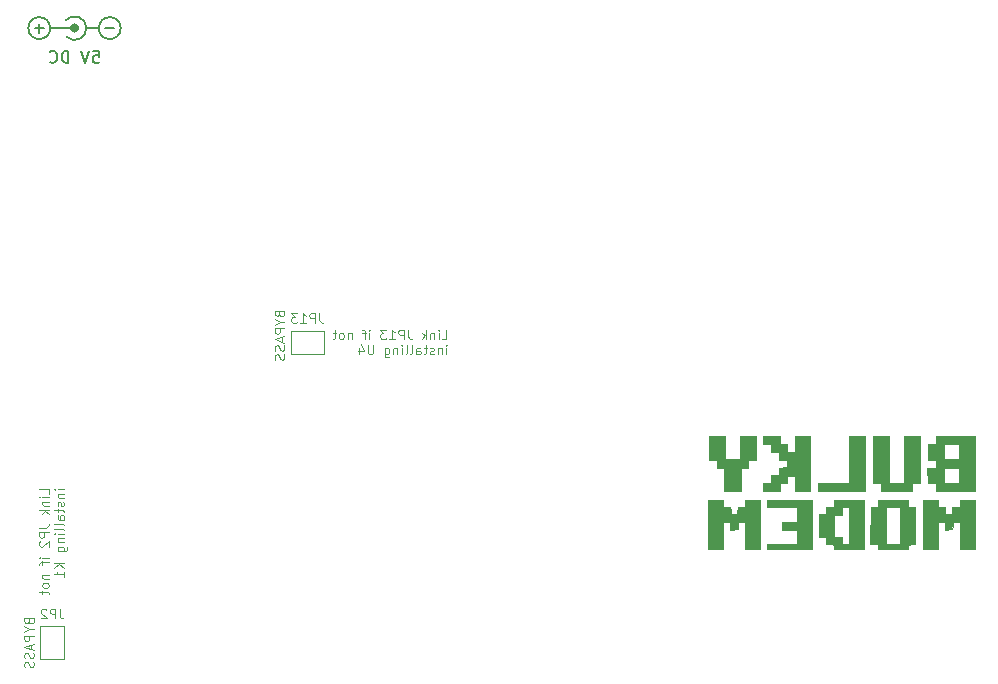
<source format=gbo>
G04 #@! TF.GenerationSoftware,KiCad,Pcbnew,8.0.4*
G04 #@! TF.CreationDate,2024-07-28T06:14:52+02:00*
G04 #@! TF.ProjectId,BulkyModem-32 Module,42756c6b-794d-46f6-9465-6d2d3332204d,rev?*
G04 #@! TF.SameCoordinates,Original*
G04 #@! TF.FileFunction,Legend,Bot*
G04 #@! TF.FilePolarity,Positive*
%FSLAX46Y46*%
G04 Gerber Fmt 4.6, Leading zero omitted, Abs format (unit mm)*
G04 Created by KiCad (PCBNEW 8.0.4) date 2024-07-28 06:14:52*
%MOMM*%
%LPD*%
G01*
G04 APERTURE LIST*
%ADD10C,0.150000*%
%ADD11C,0.100000*%
%ADD12C,0.500000*%
%ADD13C,0.010000*%
%ADD14C,0.120000*%
G04 APERTURE END LIST*
D10*
X79041428Y-58509819D02*
X79517618Y-58509819D01*
X79517618Y-58509819D02*
X79565237Y-58986009D01*
X79565237Y-58986009D02*
X79517618Y-58938390D01*
X79517618Y-58938390D02*
X79422380Y-58890771D01*
X79422380Y-58890771D02*
X79184285Y-58890771D01*
X79184285Y-58890771D02*
X79089047Y-58938390D01*
X79089047Y-58938390D02*
X79041428Y-58986009D01*
X79041428Y-58986009D02*
X78993809Y-59081247D01*
X78993809Y-59081247D02*
X78993809Y-59319342D01*
X78993809Y-59319342D02*
X79041428Y-59414580D01*
X79041428Y-59414580D02*
X79089047Y-59462200D01*
X79089047Y-59462200D02*
X79184285Y-59509819D01*
X79184285Y-59509819D02*
X79422380Y-59509819D01*
X79422380Y-59509819D02*
X79517618Y-59462200D01*
X79517618Y-59462200D02*
X79565237Y-59414580D01*
X78708094Y-58509819D02*
X78374761Y-59509819D01*
X78374761Y-59509819D02*
X78041428Y-58509819D01*
X76946189Y-59509819D02*
X76946189Y-58509819D01*
X76946189Y-58509819D02*
X76708094Y-58509819D01*
X76708094Y-58509819D02*
X76565237Y-58557438D01*
X76565237Y-58557438D02*
X76469999Y-58652676D01*
X76469999Y-58652676D02*
X76422380Y-58747914D01*
X76422380Y-58747914D02*
X76374761Y-58938390D01*
X76374761Y-58938390D02*
X76374761Y-59081247D01*
X76374761Y-59081247D02*
X76422380Y-59271723D01*
X76422380Y-59271723D02*
X76469999Y-59366961D01*
X76469999Y-59366961D02*
X76565237Y-59462200D01*
X76565237Y-59462200D02*
X76708094Y-59509819D01*
X76708094Y-59509819D02*
X76946189Y-59509819D01*
X75374761Y-59414580D02*
X75422380Y-59462200D01*
X75422380Y-59462200D02*
X75565237Y-59509819D01*
X75565237Y-59509819D02*
X75660475Y-59509819D01*
X75660475Y-59509819D02*
X75803332Y-59462200D01*
X75803332Y-59462200D02*
X75898570Y-59366961D01*
X75898570Y-59366961D02*
X75946189Y-59271723D01*
X75946189Y-59271723D02*
X75993808Y-59081247D01*
X75993808Y-59081247D02*
X75993808Y-58938390D01*
X75993808Y-58938390D02*
X75946189Y-58747914D01*
X75946189Y-58747914D02*
X75898570Y-58652676D01*
X75898570Y-58652676D02*
X75803332Y-58557438D01*
X75803332Y-58557438D02*
X75660475Y-58509819D01*
X75660475Y-58509819D02*
X75565237Y-58509819D01*
X75565237Y-58509819D02*
X75422380Y-58557438D01*
X75422380Y-58557438D02*
X75374761Y-58605057D01*
D11*
X108582782Y-82905918D02*
X108963734Y-82905918D01*
X108963734Y-82905918D02*
X108963734Y-82105918D01*
X108316115Y-82905918D02*
X108316115Y-82372584D01*
X108316115Y-82105918D02*
X108354211Y-82144013D01*
X108354211Y-82144013D02*
X108316115Y-82182108D01*
X108316115Y-82182108D02*
X108278020Y-82144013D01*
X108278020Y-82144013D02*
X108316115Y-82105918D01*
X108316115Y-82105918D02*
X108316115Y-82182108D01*
X107935163Y-82372584D02*
X107935163Y-82905918D01*
X107935163Y-82448775D02*
X107897068Y-82410680D01*
X107897068Y-82410680D02*
X107820878Y-82372584D01*
X107820878Y-82372584D02*
X107706592Y-82372584D01*
X107706592Y-82372584D02*
X107630401Y-82410680D01*
X107630401Y-82410680D02*
X107592306Y-82486870D01*
X107592306Y-82486870D02*
X107592306Y-82905918D01*
X107211353Y-82905918D02*
X107211353Y-82105918D01*
X107135163Y-82601156D02*
X106906591Y-82905918D01*
X106906591Y-82372584D02*
X107211353Y-82677346D01*
X105725639Y-82105918D02*
X105725639Y-82677346D01*
X105725639Y-82677346D02*
X105763734Y-82791632D01*
X105763734Y-82791632D02*
X105839925Y-82867823D01*
X105839925Y-82867823D02*
X105954210Y-82905918D01*
X105954210Y-82905918D02*
X106030401Y-82905918D01*
X105344686Y-82905918D02*
X105344686Y-82105918D01*
X105344686Y-82105918D02*
X105039924Y-82105918D01*
X105039924Y-82105918D02*
X104963734Y-82144013D01*
X104963734Y-82144013D02*
X104925639Y-82182108D01*
X104925639Y-82182108D02*
X104887543Y-82258299D01*
X104887543Y-82258299D02*
X104887543Y-82372584D01*
X104887543Y-82372584D02*
X104925639Y-82448775D01*
X104925639Y-82448775D02*
X104963734Y-82486870D01*
X104963734Y-82486870D02*
X105039924Y-82524965D01*
X105039924Y-82524965D02*
X105344686Y-82524965D01*
X104125639Y-82905918D02*
X104582782Y-82905918D01*
X104354210Y-82905918D02*
X104354210Y-82105918D01*
X104354210Y-82105918D02*
X104430401Y-82220203D01*
X104430401Y-82220203D02*
X104506591Y-82296394D01*
X104506591Y-82296394D02*
X104582782Y-82334489D01*
X103858972Y-82105918D02*
X103363734Y-82105918D01*
X103363734Y-82105918D02*
X103630400Y-82410680D01*
X103630400Y-82410680D02*
X103516115Y-82410680D01*
X103516115Y-82410680D02*
X103439924Y-82448775D01*
X103439924Y-82448775D02*
X103401829Y-82486870D01*
X103401829Y-82486870D02*
X103363734Y-82563061D01*
X103363734Y-82563061D02*
X103363734Y-82753537D01*
X103363734Y-82753537D02*
X103401829Y-82829727D01*
X103401829Y-82829727D02*
X103439924Y-82867823D01*
X103439924Y-82867823D02*
X103516115Y-82905918D01*
X103516115Y-82905918D02*
X103744686Y-82905918D01*
X103744686Y-82905918D02*
X103820877Y-82867823D01*
X103820877Y-82867823D02*
X103858972Y-82829727D01*
X102411352Y-82905918D02*
X102411352Y-82372584D01*
X102411352Y-82105918D02*
X102449448Y-82144013D01*
X102449448Y-82144013D02*
X102411352Y-82182108D01*
X102411352Y-82182108D02*
X102373257Y-82144013D01*
X102373257Y-82144013D02*
X102411352Y-82105918D01*
X102411352Y-82105918D02*
X102411352Y-82182108D01*
X102144686Y-82372584D02*
X101839924Y-82372584D01*
X102030400Y-82905918D02*
X102030400Y-82220203D01*
X102030400Y-82220203D02*
X101992305Y-82144013D01*
X101992305Y-82144013D02*
X101916115Y-82105918D01*
X101916115Y-82105918D02*
X101839924Y-82105918D01*
X100963733Y-82372584D02*
X100963733Y-82905918D01*
X100963733Y-82448775D02*
X100925638Y-82410680D01*
X100925638Y-82410680D02*
X100849448Y-82372584D01*
X100849448Y-82372584D02*
X100735162Y-82372584D01*
X100735162Y-82372584D02*
X100658971Y-82410680D01*
X100658971Y-82410680D02*
X100620876Y-82486870D01*
X100620876Y-82486870D02*
X100620876Y-82905918D01*
X100125638Y-82905918D02*
X100201828Y-82867823D01*
X100201828Y-82867823D02*
X100239923Y-82829727D01*
X100239923Y-82829727D02*
X100278019Y-82753537D01*
X100278019Y-82753537D02*
X100278019Y-82524965D01*
X100278019Y-82524965D02*
X100239923Y-82448775D01*
X100239923Y-82448775D02*
X100201828Y-82410680D01*
X100201828Y-82410680D02*
X100125638Y-82372584D01*
X100125638Y-82372584D02*
X100011352Y-82372584D01*
X100011352Y-82372584D02*
X99935161Y-82410680D01*
X99935161Y-82410680D02*
X99897066Y-82448775D01*
X99897066Y-82448775D02*
X99858971Y-82524965D01*
X99858971Y-82524965D02*
X99858971Y-82753537D01*
X99858971Y-82753537D02*
X99897066Y-82829727D01*
X99897066Y-82829727D02*
X99935161Y-82867823D01*
X99935161Y-82867823D02*
X100011352Y-82905918D01*
X100011352Y-82905918D02*
X100125638Y-82905918D01*
X99630399Y-82372584D02*
X99325637Y-82372584D01*
X99516113Y-82105918D02*
X99516113Y-82791632D01*
X99516113Y-82791632D02*
X99478018Y-82867823D01*
X99478018Y-82867823D02*
X99401828Y-82905918D01*
X99401828Y-82905918D02*
X99325637Y-82905918D01*
X108963734Y-84193873D02*
X108963734Y-83660539D01*
X108963734Y-83393873D02*
X109001830Y-83431968D01*
X109001830Y-83431968D02*
X108963734Y-83470063D01*
X108963734Y-83470063D02*
X108925639Y-83431968D01*
X108925639Y-83431968D02*
X108963734Y-83393873D01*
X108963734Y-83393873D02*
X108963734Y-83470063D01*
X108582782Y-83660539D02*
X108582782Y-84193873D01*
X108582782Y-83736730D02*
X108544687Y-83698635D01*
X108544687Y-83698635D02*
X108468497Y-83660539D01*
X108468497Y-83660539D02*
X108354211Y-83660539D01*
X108354211Y-83660539D02*
X108278020Y-83698635D01*
X108278020Y-83698635D02*
X108239925Y-83774825D01*
X108239925Y-83774825D02*
X108239925Y-84193873D01*
X107897068Y-84155778D02*
X107820877Y-84193873D01*
X107820877Y-84193873D02*
X107668496Y-84193873D01*
X107668496Y-84193873D02*
X107592306Y-84155778D01*
X107592306Y-84155778D02*
X107554210Y-84079587D01*
X107554210Y-84079587D02*
X107554210Y-84041492D01*
X107554210Y-84041492D02*
X107592306Y-83965301D01*
X107592306Y-83965301D02*
X107668496Y-83927206D01*
X107668496Y-83927206D02*
X107782782Y-83927206D01*
X107782782Y-83927206D02*
X107858972Y-83889111D01*
X107858972Y-83889111D02*
X107897068Y-83812920D01*
X107897068Y-83812920D02*
X107897068Y-83774825D01*
X107897068Y-83774825D02*
X107858972Y-83698635D01*
X107858972Y-83698635D02*
X107782782Y-83660539D01*
X107782782Y-83660539D02*
X107668496Y-83660539D01*
X107668496Y-83660539D02*
X107592306Y-83698635D01*
X107325639Y-83660539D02*
X107020877Y-83660539D01*
X107211353Y-83393873D02*
X107211353Y-84079587D01*
X107211353Y-84079587D02*
X107173258Y-84155778D01*
X107173258Y-84155778D02*
X107097068Y-84193873D01*
X107097068Y-84193873D02*
X107020877Y-84193873D01*
X106411353Y-84193873D02*
X106411353Y-83774825D01*
X106411353Y-83774825D02*
X106449448Y-83698635D01*
X106449448Y-83698635D02*
X106525639Y-83660539D01*
X106525639Y-83660539D02*
X106678020Y-83660539D01*
X106678020Y-83660539D02*
X106754210Y-83698635D01*
X106411353Y-84155778D02*
X106487544Y-84193873D01*
X106487544Y-84193873D02*
X106678020Y-84193873D01*
X106678020Y-84193873D02*
X106754210Y-84155778D01*
X106754210Y-84155778D02*
X106792306Y-84079587D01*
X106792306Y-84079587D02*
X106792306Y-84003397D01*
X106792306Y-84003397D02*
X106754210Y-83927206D01*
X106754210Y-83927206D02*
X106678020Y-83889111D01*
X106678020Y-83889111D02*
X106487544Y-83889111D01*
X106487544Y-83889111D02*
X106411353Y-83851016D01*
X105916115Y-84193873D02*
X105992305Y-84155778D01*
X105992305Y-84155778D02*
X106030400Y-84079587D01*
X106030400Y-84079587D02*
X106030400Y-83393873D01*
X105497067Y-84193873D02*
X105573257Y-84155778D01*
X105573257Y-84155778D02*
X105611352Y-84079587D01*
X105611352Y-84079587D02*
X105611352Y-83393873D01*
X105192304Y-84193873D02*
X105192304Y-83660539D01*
X105192304Y-83393873D02*
X105230400Y-83431968D01*
X105230400Y-83431968D02*
X105192304Y-83470063D01*
X105192304Y-83470063D02*
X105154209Y-83431968D01*
X105154209Y-83431968D02*
X105192304Y-83393873D01*
X105192304Y-83393873D02*
X105192304Y-83470063D01*
X104811352Y-83660539D02*
X104811352Y-84193873D01*
X104811352Y-83736730D02*
X104773257Y-83698635D01*
X104773257Y-83698635D02*
X104697067Y-83660539D01*
X104697067Y-83660539D02*
X104582781Y-83660539D01*
X104582781Y-83660539D02*
X104506590Y-83698635D01*
X104506590Y-83698635D02*
X104468495Y-83774825D01*
X104468495Y-83774825D02*
X104468495Y-84193873D01*
X103744685Y-83660539D02*
X103744685Y-84308158D01*
X103744685Y-84308158D02*
X103782780Y-84384349D01*
X103782780Y-84384349D02*
X103820876Y-84422444D01*
X103820876Y-84422444D02*
X103897066Y-84460539D01*
X103897066Y-84460539D02*
X104011352Y-84460539D01*
X104011352Y-84460539D02*
X104087542Y-84422444D01*
X103744685Y-84155778D02*
X103820876Y-84193873D01*
X103820876Y-84193873D02*
X103973257Y-84193873D01*
X103973257Y-84193873D02*
X104049447Y-84155778D01*
X104049447Y-84155778D02*
X104087542Y-84117682D01*
X104087542Y-84117682D02*
X104125638Y-84041492D01*
X104125638Y-84041492D02*
X104125638Y-83812920D01*
X104125638Y-83812920D02*
X104087542Y-83736730D01*
X104087542Y-83736730D02*
X104049447Y-83698635D01*
X104049447Y-83698635D02*
X103973257Y-83660539D01*
X103973257Y-83660539D02*
X103820876Y-83660539D01*
X103820876Y-83660539D02*
X103744685Y-83698635D01*
X102754208Y-83393873D02*
X102754208Y-84041492D01*
X102754208Y-84041492D02*
X102716113Y-84117682D01*
X102716113Y-84117682D02*
X102678018Y-84155778D01*
X102678018Y-84155778D02*
X102601827Y-84193873D01*
X102601827Y-84193873D02*
X102449446Y-84193873D01*
X102449446Y-84193873D02*
X102373256Y-84155778D01*
X102373256Y-84155778D02*
X102335161Y-84117682D01*
X102335161Y-84117682D02*
X102297065Y-84041492D01*
X102297065Y-84041492D02*
X102297065Y-83393873D01*
X101573256Y-83660539D02*
X101573256Y-84193873D01*
X101763732Y-83355778D02*
X101954209Y-83927206D01*
X101954209Y-83927206D02*
X101458970Y-83927206D01*
X75285918Y-96014217D02*
X75285918Y-95633265D01*
X75285918Y-95633265D02*
X74485918Y-95633265D01*
X75285918Y-96280884D02*
X74752584Y-96280884D01*
X74485918Y-96280884D02*
X74524013Y-96242788D01*
X74524013Y-96242788D02*
X74562108Y-96280884D01*
X74562108Y-96280884D02*
X74524013Y-96318979D01*
X74524013Y-96318979D02*
X74485918Y-96280884D01*
X74485918Y-96280884D02*
X74562108Y-96280884D01*
X74752584Y-96661836D02*
X75285918Y-96661836D01*
X74828775Y-96661836D02*
X74790680Y-96699931D01*
X74790680Y-96699931D02*
X74752584Y-96776121D01*
X74752584Y-96776121D02*
X74752584Y-96890407D01*
X74752584Y-96890407D02*
X74790680Y-96966598D01*
X74790680Y-96966598D02*
X74866870Y-97004693D01*
X74866870Y-97004693D02*
X75285918Y-97004693D01*
X75285918Y-97385646D02*
X74485918Y-97385646D01*
X74981156Y-97461836D02*
X75285918Y-97690408D01*
X74752584Y-97690408D02*
X75057346Y-97385646D01*
X74485918Y-98871360D02*
X75057346Y-98871360D01*
X75057346Y-98871360D02*
X75171632Y-98833265D01*
X75171632Y-98833265D02*
X75247823Y-98757074D01*
X75247823Y-98757074D02*
X75285918Y-98642789D01*
X75285918Y-98642789D02*
X75285918Y-98566598D01*
X75285918Y-99252313D02*
X74485918Y-99252313D01*
X74485918Y-99252313D02*
X74485918Y-99557075D01*
X74485918Y-99557075D02*
X74524013Y-99633265D01*
X74524013Y-99633265D02*
X74562108Y-99671360D01*
X74562108Y-99671360D02*
X74638299Y-99709456D01*
X74638299Y-99709456D02*
X74752584Y-99709456D01*
X74752584Y-99709456D02*
X74828775Y-99671360D01*
X74828775Y-99671360D02*
X74866870Y-99633265D01*
X74866870Y-99633265D02*
X74904965Y-99557075D01*
X74904965Y-99557075D02*
X74904965Y-99252313D01*
X74562108Y-100014217D02*
X74524013Y-100052313D01*
X74524013Y-100052313D02*
X74485918Y-100128503D01*
X74485918Y-100128503D02*
X74485918Y-100318979D01*
X74485918Y-100318979D02*
X74524013Y-100395170D01*
X74524013Y-100395170D02*
X74562108Y-100433265D01*
X74562108Y-100433265D02*
X74638299Y-100471360D01*
X74638299Y-100471360D02*
X74714489Y-100471360D01*
X74714489Y-100471360D02*
X74828775Y-100433265D01*
X74828775Y-100433265D02*
X75285918Y-99976122D01*
X75285918Y-99976122D02*
X75285918Y-100471360D01*
X75285918Y-101423742D02*
X74752584Y-101423742D01*
X74485918Y-101423742D02*
X74524013Y-101385646D01*
X74524013Y-101385646D02*
X74562108Y-101423742D01*
X74562108Y-101423742D02*
X74524013Y-101461837D01*
X74524013Y-101461837D02*
X74485918Y-101423742D01*
X74485918Y-101423742D02*
X74562108Y-101423742D01*
X74752584Y-101690408D02*
X74752584Y-101995170D01*
X75285918Y-101804694D02*
X74600203Y-101804694D01*
X74600203Y-101804694D02*
X74524013Y-101842789D01*
X74524013Y-101842789D02*
X74485918Y-101918979D01*
X74485918Y-101918979D02*
X74485918Y-101995170D01*
X74752584Y-102871361D02*
X75285918Y-102871361D01*
X74828775Y-102871361D02*
X74790680Y-102909456D01*
X74790680Y-102909456D02*
X74752584Y-102985646D01*
X74752584Y-102985646D02*
X74752584Y-103099932D01*
X74752584Y-103099932D02*
X74790680Y-103176123D01*
X74790680Y-103176123D02*
X74866870Y-103214218D01*
X74866870Y-103214218D02*
X75285918Y-103214218D01*
X75285918Y-103709456D02*
X75247823Y-103633266D01*
X75247823Y-103633266D02*
X75209727Y-103595171D01*
X75209727Y-103595171D02*
X75133537Y-103557075D01*
X75133537Y-103557075D02*
X74904965Y-103557075D01*
X74904965Y-103557075D02*
X74828775Y-103595171D01*
X74828775Y-103595171D02*
X74790680Y-103633266D01*
X74790680Y-103633266D02*
X74752584Y-103709456D01*
X74752584Y-103709456D02*
X74752584Y-103823742D01*
X74752584Y-103823742D02*
X74790680Y-103899933D01*
X74790680Y-103899933D02*
X74828775Y-103938028D01*
X74828775Y-103938028D02*
X74904965Y-103976123D01*
X74904965Y-103976123D02*
X75133537Y-103976123D01*
X75133537Y-103976123D02*
X75209727Y-103938028D01*
X75209727Y-103938028D02*
X75247823Y-103899933D01*
X75247823Y-103899933D02*
X75285918Y-103823742D01*
X75285918Y-103823742D02*
X75285918Y-103709456D01*
X74752584Y-104204695D02*
X74752584Y-104509457D01*
X74485918Y-104318981D02*
X75171632Y-104318981D01*
X75171632Y-104318981D02*
X75247823Y-104357076D01*
X75247823Y-104357076D02*
X75285918Y-104433266D01*
X75285918Y-104433266D02*
X75285918Y-104509457D01*
X76573873Y-95633265D02*
X76040539Y-95633265D01*
X75773873Y-95633265D02*
X75811968Y-95595169D01*
X75811968Y-95595169D02*
X75850063Y-95633265D01*
X75850063Y-95633265D02*
X75811968Y-95671360D01*
X75811968Y-95671360D02*
X75773873Y-95633265D01*
X75773873Y-95633265D02*
X75850063Y-95633265D01*
X76040539Y-96014217D02*
X76573873Y-96014217D01*
X76116730Y-96014217D02*
X76078635Y-96052312D01*
X76078635Y-96052312D02*
X76040539Y-96128502D01*
X76040539Y-96128502D02*
X76040539Y-96242788D01*
X76040539Y-96242788D02*
X76078635Y-96318979D01*
X76078635Y-96318979D02*
X76154825Y-96357074D01*
X76154825Y-96357074D02*
X76573873Y-96357074D01*
X76535778Y-96699931D02*
X76573873Y-96776122D01*
X76573873Y-96776122D02*
X76573873Y-96928503D01*
X76573873Y-96928503D02*
X76535778Y-97004693D01*
X76535778Y-97004693D02*
X76459587Y-97042789D01*
X76459587Y-97042789D02*
X76421492Y-97042789D01*
X76421492Y-97042789D02*
X76345301Y-97004693D01*
X76345301Y-97004693D02*
X76307206Y-96928503D01*
X76307206Y-96928503D02*
X76307206Y-96814217D01*
X76307206Y-96814217D02*
X76269111Y-96738027D01*
X76269111Y-96738027D02*
X76192920Y-96699931D01*
X76192920Y-96699931D02*
X76154825Y-96699931D01*
X76154825Y-96699931D02*
X76078635Y-96738027D01*
X76078635Y-96738027D02*
X76040539Y-96814217D01*
X76040539Y-96814217D02*
X76040539Y-96928503D01*
X76040539Y-96928503D02*
X76078635Y-97004693D01*
X76040539Y-97271360D02*
X76040539Y-97576122D01*
X75773873Y-97385646D02*
X76459587Y-97385646D01*
X76459587Y-97385646D02*
X76535778Y-97423741D01*
X76535778Y-97423741D02*
X76573873Y-97499931D01*
X76573873Y-97499931D02*
X76573873Y-97576122D01*
X76573873Y-98185646D02*
X76154825Y-98185646D01*
X76154825Y-98185646D02*
X76078635Y-98147551D01*
X76078635Y-98147551D02*
X76040539Y-98071360D01*
X76040539Y-98071360D02*
X76040539Y-97918979D01*
X76040539Y-97918979D02*
X76078635Y-97842789D01*
X76535778Y-98185646D02*
X76573873Y-98109455D01*
X76573873Y-98109455D02*
X76573873Y-97918979D01*
X76573873Y-97918979D02*
X76535778Y-97842789D01*
X76535778Y-97842789D02*
X76459587Y-97804693D01*
X76459587Y-97804693D02*
X76383397Y-97804693D01*
X76383397Y-97804693D02*
X76307206Y-97842789D01*
X76307206Y-97842789D02*
X76269111Y-97918979D01*
X76269111Y-97918979D02*
X76269111Y-98109455D01*
X76269111Y-98109455D02*
X76231016Y-98185646D01*
X76573873Y-98680884D02*
X76535778Y-98604694D01*
X76535778Y-98604694D02*
X76459587Y-98566599D01*
X76459587Y-98566599D02*
X75773873Y-98566599D01*
X76573873Y-99099932D02*
X76535778Y-99023742D01*
X76535778Y-99023742D02*
X76459587Y-98985647D01*
X76459587Y-98985647D02*
X75773873Y-98985647D01*
X76573873Y-99404695D02*
X76040539Y-99404695D01*
X75773873Y-99404695D02*
X75811968Y-99366599D01*
X75811968Y-99366599D02*
X75850063Y-99404695D01*
X75850063Y-99404695D02*
X75811968Y-99442790D01*
X75811968Y-99442790D02*
X75773873Y-99404695D01*
X75773873Y-99404695D02*
X75850063Y-99404695D01*
X76040539Y-99785647D02*
X76573873Y-99785647D01*
X76116730Y-99785647D02*
X76078635Y-99823742D01*
X76078635Y-99823742D02*
X76040539Y-99899932D01*
X76040539Y-99899932D02*
X76040539Y-100014218D01*
X76040539Y-100014218D02*
X76078635Y-100090409D01*
X76078635Y-100090409D02*
X76154825Y-100128504D01*
X76154825Y-100128504D02*
X76573873Y-100128504D01*
X76040539Y-100852314D02*
X76688158Y-100852314D01*
X76688158Y-100852314D02*
X76764349Y-100814219D01*
X76764349Y-100814219D02*
X76802444Y-100776123D01*
X76802444Y-100776123D02*
X76840539Y-100699933D01*
X76840539Y-100699933D02*
X76840539Y-100585647D01*
X76840539Y-100585647D02*
X76802444Y-100509457D01*
X76535778Y-100852314D02*
X76573873Y-100776123D01*
X76573873Y-100776123D02*
X76573873Y-100623742D01*
X76573873Y-100623742D02*
X76535778Y-100547552D01*
X76535778Y-100547552D02*
X76497682Y-100509457D01*
X76497682Y-100509457D02*
X76421492Y-100471361D01*
X76421492Y-100471361D02*
X76192920Y-100471361D01*
X76192920Y-100471361D02*
X76116730Y-100509457D01*
X76116730Y-100509457D02*
X76078635Y-100547552D01*
X76078635Y-100547552D02*
X76040539Y-100623742D01*
X76040539Y-100623742D02*
X76040539Y-100776123D01*
X76040539Y-100776123D02*
X76078635Y-100852314D01*
X76573873Y-101842791D02*
X75773873Y-101842791D01*
X76573873Y-102299934D02*
X76116730Y-101957076D01*
X75773873Y-102299934D02*
X76231016Y-101842791D01*
X76573873Y-103061838D02*
X76573873Y-102604695D01*
X76573873Y-102833267D02*
X75773873Y-102833267D01*
X75773873Y-102833267D02*
X75888158Y-102757076D01*
X75888158Y-102757076D02*
X75964349Y-102680886D01*
X75964349Y-102680886D02*
X76002444Y-102604695D01*
D10*
X80073548Y-56588866D02*
X80835453Y-56588866D01*
X74104548Y-56588866D02*
X74866453Y-56588866D01*
X74485500Y-56969819D02*
X74485500Y-56207914D01*
D11*
X76231666Y-105736895D02*
X76231666Y-106308323D01*
X76231666Y-106308323D02*
X76269761Y-106422609D01*
X76269761Y-106422609D02*
X76345952Y-106498800D01*
X76345952Y-106498800D02*
X76460237Y-106536895D01*
X76460237Y-106536895D02*
X76536428Y-106536895D01*
X75850713Y-106536895D02*
X75850713Y-105736895D01*
X75850713Y-105736895D02*
X75545951Y-105736895D01*
X75545951Y-105736895D02*
X75469761Y-105774990D01*
X75469761Y-105774990D02*
X75431666Y-105813085D01*
X75431666Y-105813085D02*
X75393570Y-105889276D01*
X75393570Y-105889276D02*
X75393570Y-106003561D01*
X75393570Y-106003561D02*
X75431666Y-106079752D01*
X75431666Y-106079752D02*
X75469761Y-106117847D01*
X75469761Y-106117847D02*
X75545951Y-106155942D01*
X75545951Y-106155942D02*
X75850713Y-106155942D01*
X75088809Y-105813085D02*
X75050713Y-105774990D01*
X75050713Y-105774990D02*
X74974523Y-105736895D01*
X74974523Y-105736895D02*
X74784047Y-105736895D01*
X74784047Y-105736895D02*
X74707856Y-105774990D01*
X74707856Y-105774990D02*
X74669761Y-105813085D01*
X74669761Y-105813085D02*
X74631666Y-105889276D01*
X74631666Y-105889276D02*
X74631666Y-105965466D01*
X74631666Y-105965466D02*
X74669761Y-106079752D01*
X74669761Y-106079752D02*
X75126904Y-106536895D01*
X75126904Y-106536895D02*
X74631666Y-106536895D01*
X73605847Y-106794523D02*
X73643942Y-106908809D01*
X73643942Y-106908809D02*
X73682038Y-106946904D01*
X73682038Y-106946904D02*
X73758228Y-106985000D01*
X73758228Y-106985000D02*
X73872514Y-106985000D01*
X73872514Y-106985000D02*
X73948704Y-106946904D01*
X73948704Y-106946904D02*
X73986800Y-106908809D01*
X73986800Y-106908809D02*
X74024895Y-106832619D01*
X74024895Y-106832619D02*
X74024895Y-106527857D01*
X74024895Y-106527857D02*
X73224895Y-106527857D01*
X73224895Y-106527857D02*
X73224895Y-106794523D01*
X73224895Y-106794523D02*
X73262990Y-106870714D01*
X73262990Y-106870714D02*
X73301085Y-106908809D01*
X73301085Y-106908809D02*
X73377276Y-106946904D01*
X73377276Y-106946904D02*
X73453466Y-106946904D01*
X73453466Y-106946904D02*
X73529657Y-106908809D01*
X73529657Y-106908809D02*
X73567752Y-106870714D01*
X73567752Y-106870714D02*
X73605847Y-106794523D01*
X73605847Y-106794523D02*
X73605847Y-106527857D01*
X73643942Y-107480238D02*
X74024895Y-107480238D01*
X73224895Y-107213571D02*
X73643942Y-107480238D01*
X73643942Y-107480238D02*
X73224895Y-107746904D01*
X74024895Y-108013571D02*
X73224895Y-108013571D01*
X73224895Y-108013571D02*
X73224895Y-108318333D01*
X73224895Y-108318333D02*
X73262990Y-108394523D01*
X73262990Y-108394523D02*
X73301085Y-108432618D01*
X73301085Y-108432618D02*
X73377276Y-108470714D01*
X73377276Y-108470714D02*
X73491561Y-108470714D01*
X73491561Y-108470714D02*
X73567752Y-108432618D01*
X73567752Y-108432618D02*
X73605847Y-108394523D01*
X73605847Y-108394523D02*
X73643942Y-108318333D01*
X73643942Y-108318333D02*
X73643942Y-108013571D01*
X73796323Y-108775475D02*
X73796323Y-109156428D01*
X74024895Y-108699285D02*
X73224895Y-108965952D01*
X73224895Y-108965952D02*
X74024895Y-109232618D01*
X73986800Y-109461189D02*
X74024895Y-109575475D01*
X74024895Y-109575475D02*
X74024895Y-109765951D01*
X74024895Y-109765951D02*
X73986800Y-109842142D01*
X73986800Y-109842142D02*
X73948704Y-109880237D01*
X73948704Y-109880237D02*
X73872514Y-109918332D01*
X73872514Y-109918332D02*
X73796323Y-109918332D01*
X73796323Y-109918332D02*
X73720133Y-109880237D01*
X73720133Y-109880237D02*
X73682038Y-109842142D01*
X73682038Y-109842142D02*
X73643942Y-109765951D01*
X73643942Y-109765951D02*
X73605847Y-109613570D01*
X73605847Y-109613570D02*
X73567752Y-109537380D01*
X73567752Y-109537380D02*
X73529657Y-109499285D01*
X73529657Y-109499285D02*
X73453466Y-109461189D01*
X73453466Y-109461189D02*
X73377276Y-109461189D01*
X73377276Y-109461189D02*
X73301085Y-109499285D01*
X73301085Y-109499285D02*
X73262990Y-109537380D01*
X73262990Y-109537380D02*
X73224895Y-109613570D01*
X73224895Y-109613570D02*
X73224895Y-109804047D01*
X73224895Y-109804047D02*
X73262990Y-109918332D01*
X73986800Y-110223094D02*
X74024895Y-110337380D01*
X74024895Y-110337380D02*
X74024895Y-110527856D01*
X74024895Y-110527856D02*
X73986800Y-110604047D01*
X73986800Y-110604047D02*
X73948704Y-110642142D01*
X73948704Y-110642142D02*
X73872514Y-110680237D01*
X73872514Y-110680237D02*
X73796323Y-110680237D01*
X73796323Y-110680237D02*
X73720133Y-110642142D01*
X73720133Y-110642142D02*
X73682038Y-110604047D01*
X73682038Y-110604047D02*
X73643942Y-110527856D01*
X73643942Y-110527856D02*
X73605847Y-110375475D01*
X73605847Y-110375475D02*
X73567752Y-110299285D01*
X73567752Y-110299285D02*
X73529657Y-110261190D01*
X73529657Y-110261190D02*
X73453466Y-110223094D01*
X73453466Y-110223094D02*
X73377276Y-110223094D01*
X73377276Y-110223094D02*
X73301085Y-110261190D01*
X73301085Y-110261190D02*
X73262990Y-110299285D01*
X73262990Y-110299285D02*
X73224895Y-110375475D01*
X73224895Y-110375475D02*
X73224895Y-110565952D01*
X73224895Y-110565952D02*
X73262990Y-110680237D01*
X98202619Y-80717895D02*
X98202619Y-81289323D01*
X98202619Y-81289323D02*
X98240714Y-81403609D01*
X98240714Y-81403609D02*
X98316905Y-81479800D01*
X98316905Y-81479800D02*
X98431190Y-81517895D01*
X98431190Y-81517895D02*
X98507381Y-81517895D01*
X97821666Y-81517895D02*
X97821666Y-80717895D01*
X97821666Y-80717895D02*
X97516904Y-80717895D01*
X97516904Y-80717895D02*
X97440714Y-80755990D01*
X97440714Y-80755990D02*
X97402619Y-80794085D01*
X97402619Y-80794085D02*
X97364523Y-80870276D01*
X97364523Y-80870276D02*
X97364523Y-80984561D01*
X97364523Y-80984561D02*
X97402619Y-81060752D01*
X97402619Y-81060752D02*
X97440714Y-81098847D01*
X97440714Y-81098847D02*
X97516904Y-81136942D01*
X97516904Y-81136942D02*
X97821666Y-81136942D01*
X96602619Y-81517895D02*
X97059762Y-81517895D01*
X96831190Y-81517895D02*
X96831190Y-80717895D01*
X96831190Y-80717895D02*
X96907381Y-80832180D01*
X96907381Y-80832180D02*
X96983571Y-80908371D01*
X96983571Y-80908371D02*
X97059762Y-80946466D01*
X96335952Y-80717895D02*
X95840714Y-80717895D01*
X95840714Y-80717895D02*
X96107380Y-81022657D01*
X96107380Y-81022657D02*
X95993095Y-81022657D01*
X95993095Y-81022657D02*
X95916904Y-81060752D01*
X95916904Y-81060752D02*
X95878809Y-81098847D01*
X95878809Y-81098847D02*
X95840714Y-81175038D01*
X95840714Y-81175038D02*
X95840714Y-81365514D01*
X95840714Y-81365514D02*
X95878809Y-81441704D01*
X95878809Y-81441704D02*
X95916904Y-81479800D01*
X95916904Y-81479800D02*
X95993095Y-81517895D01*
X95993095Y-81517895D02*
X96221666Y-81517895D01*
X96221666Y-81517895D02*
X96297857Y-81479800D01*
X96297857Y-81479800D02*
X96335952Y-81441704D01*
X94814847Y-80759523D02*
X94852942Y-80873809D01*
X94852942Y-80873809D02*
X94891038Y-80911904D01*
X94891038Y-80911904D02*
X94967228Y-80950000D01*
X94967228Y-80950000D02*
X95081514Y-80950000D01*
X95081514Y-80950000D02*
X95157704Y-80911904D01*
X95157704Y-80911904D02*
X95195800Y-80873809D01*
X95195800Y-80873809D02*
X95233895Y-80797619D01*
X95233895Y-80797619D02*
X95233895Y-80492857D01*
X95233895Y-80492857D02*
X94433895Y-80492857D01*
X94433895Y-80492857D02*
X94433895Y-80759523D01*
X94433895Y-80759523D02*
X94471990Y-80835714D01*
X94471990Y-80835714D02*
X94510085Y-80873809D01*
X94510085Y-80873809D02*
X94586276Y-80911904D01*
X94586276Y-80911904D02*
X94662466Y-80911904D01*
X94662466Y-80911904D02*
X94738657Y-80873809D01*
X94738657Y-80873809D02*
X94776752Y-80835714D01*
X94776752Y-80835714D02*
X94814847Y-80759523D01*
X94814847Y-80759523D02*
X94814847Y-80492857D01*
X94852942Y-81445238D02*
X95233895Y-81445238D01*
X94433895Y-81178571D02*
X94852942Y-81445238D01*
X94852942Y-81445238D02*
X94433895Y-81711904D01*
X95233895Y-81978571D02*
X94433895Y-81978571D01*
X94433895Y-81978571D02*
X94433895Y-82283333D01*
X94433895Y-82283333D02*
X94471990Y-82359523D01*
X94471990Y-82359523D02*
X94510085Y-82397618D01*
X94510085Y-82397618D02*
X94586276Y-82435714D01*
X94586276Y-82435714D02*
X94700561Y-82435714D01*
X94700561Y-82435714D02*
X94776752Y-82397618D01*
X94776752Y-82397618D02*
X94814847Y-82359523D01*
X94814847Y-82359523D02*
X94852942Y-82283333D01*
X94852942Y-82283333D02*
X94852942Y-81978571D01*
X95005323Y-82740475D02*
X95005323Y-83121428D01*
X95233895Y-82664285D02*
X94433895Y-82930952D01*
X94433895Y-82930952D02*
X95233895Y-83197618D01*
X95195800Y-83426189D02*
X95233895Y-83540475D01*
X95233895Y-83540475D02*
X95233895Y-83730951D01*
X95233895Y-83730951D02*
X95195800Y-83807142D01*
X95195800Y-83807142D02*
X95157704Y-83845237D01*
X95157704Y-83845237D02*
X95081514Y-83883332D01*
X95081514Y-83883332D02*
X95005323Y-83883332D01*
X95005323Y-83883332D02*
X94929133Y-83845237D01*
X94929133Y-83845237D02*
X94891038Y-83807142D01*
X94891038Y-83807142D02*
X94852942Y-83730951D01*
X94852942Y-83730951D02*
X94814847Y-83578570D01*
X94814847Y-83578570D02*
X94776752Y-83502380D01*
X94776752Y-83502380D02*
X94738657Y-83464285D01*
X94738657Y-83464285D02*
X94662466Y-83426189D01*
X94662466Y-83426189D02*
X94586276Y-83426189D01*
X94586276Y-83426189D02*
X94510085Y-83464285D01*
X94510085Y-83464285D02*
X94471990Y-83502380D01*
X94471990Y-83502380D02*
X94433895Y-83578570D01*
X94433895Y-83578570D02*
X94433895Y-83769047D01*
X94433895Y-83769047D02*
X94471990Y-83883332D01*
X95195800Y-84188094D02*
X95233895Y-84302380D01*
X95233895Y-84302380D02*
X95233895Y-84492856D01*
X95233895Y-84492856D02*
X95195800Y-84569047D01*
X95195800Y-84569047D02*
X95157704Y-84607142D01*
X95157704Y-84607142D02*
X95081514Y-84645237D01*
X95081514Y-84645237D02*
X95005323Y-84645237D01*
X95005323Y-84645237D02*
X94929133Y-84607142D01*
X94929133Y-84607142D02*
X94891038Y-84569047D01*
X94891038Y-84569047D02*
X94852942Y-84492856D01*
X94852942Y-84492856D02*
X94814847Y-84340475D01*
X94814847Y-84340475D02*
X94776752Y-84264285D01*
X94776752Y-84264285D02*
X94738657Y-84226190D01*
X94738657Y-84226190D02*
X94662466Y-84188094D01*
X94662466Y-84188094D02*
X94586276Y-84188094D01*
X94586276Y-84188094D02*
X94510085Y-84226190D01*
X94510085Y-84226190D02*
X94471990Y-84264285D01*
X94471990Y-84264285D02*
X94433895Y-84340475D01*
X94433895Y-84340475D02*
X94433895Y-84530952D01*
X94433895Y-84530952D02*
X94471990Y-84645237D01*
D10*
X81379500Y-56578500D02*
G75*
G02*
X79529500Y-56578500I-925000J0D01*
G01*
X79529500Y-56578500D02*
G75*
G02*
X81379500Y-56578500I925000J0D01*
G01*
D12*
X77645000Y-56578500D02*
G75*
G02*
X77295000Y-56578500I-175000J0D01*
G01*
X77295000Y-56578500D02*
G75*
G02*
X77645000Y-56578500I175000J0D01*
G01*
D10*
X75410500Y-56578500D02*
G75*
G02*
X73560500Y-56578500I-925000J0D01*
G01*
X73560500Y-56578500D02*
G75*
G02*
X75410500Y-56578500I925000J0D01*
G01*
X76720000Y-55903500D02*
G75*
G02*
X76795000Y-57328500I750000J-675000D01*
G01*
X78538500Y-56578500D02*
X79438500Y-56578500D01*
X77470000Y-56578500D02*
X75470000Y-56578500D01*
D13*
X144399000Y-95758000D02*
X140391864Y-95758000D01*
X140430250Y-95091250D01*
X141747875Y-95074086D01*
X143065500Y-95056923D01*
X143065500Y-91122500D01*
X144399000Y-91122500D01*
X144399000Y-95758000D01*
G36*
X144399000Y-95758000D02*
G01*
X140391864Y-95758000D01*
X140430250Y-95091250D01*
X141747875Y-95074086D01*
X143065500Y-95056923D01*
X143065500Y-91122500D01*
X144399000Y-91122500D01*
X144399000Y-95758000D01*
G37*
X139890500Y-100647500D02*
X136080500Y-100647500D01*
X136080500Y-100266500D01*
X138620500Y-100266500D01*
X138620500Y-99060000D01*
X137350500Y-99060000D01*
X137350500Y-98361500D01*
X138620500Y-98361500D01*
X138620500Y-97155000D01*
X136080500Y-97155000D01*
X136080500Y-96520000D01*
X139890500Y-96520000D01*
X139890500Y-100647500D01*
G36*
X139890500Y-100647500D02*
G01*
X136080500Y-100647500D01*
X136080500Y-100266500D01*
X138620500Y-100266500D01*
X138620500Y-99060000D01*
X137350500Y-99060000D01*
X137350500Y-98361500D01*
X138620500Y-98361500D01*
X138620500Y-97155000D01*
X136080500Y-97155000D01*
X136080500Y-96520000D01*
X139890500Y-96520000D01*
X139890500Y-100647500D01*
G37*
X146431000Y-95059500D02*
X147701000Y-95059500D01*
X147701000Y-91122500D01*
X149034500Y-91122500D01*
X149034500Y-95123000D01*
X148399500Y-95123000D01*
X148399500Y-95758000D01*
X145732500Y-95758000D01*
X145732500Y-95129636D01*
X145065750Y-95091250D01*
X145065750Y-91154250D01*
X145748375Y-91136226D01*
X146431000Y-91118204D01*
X146431000Y-95059500D01*
G36*
X146431000Y-95059500D02*
G01*
X147701000Y-95059500D01*
X147701000Y-91122500D01*
X149034500Y-91122500D01*
X149034500Y-95123000D01*
X148399500Y-95123000D01*
X148399500Y-95758000D01*
X145732500Y-95758000D01*
X145732500Y-95129636D01*
X145065750Y-95091250D01*
X145065750Y-91154250D01*
X145748375Y-91136226D01*
X146431000Y-91118204D01*
X146431000Y-95059500D01*
G37*
X132524500Y-93091000D02*
X133794500Y-93091000D01*
X133794500Y-91122500D01*
X135128000Y-91122500D01*
X135128000Y-93154500D01*
X134493000Y-93154500D01*
X134493000Y-93789500D01*
X133858000Y-93789500D01*
X133858000Y-95758000D01*
X132461000Y-95758000D01*
X132461000Y-93789500D01*
X131826000Y-93789500D01*
X131826000Y-93161136D01*
X131159250Y-93122750D01*
X131159250Y-91154250D01*
X131841875Y-91136226D01*
X132524500Y-91118204D01*
X132524500Y-93091000D01*
G36*
X132524500Y-93091000D02*
G01*
X133794500Y-93091000D01*
X133794500Y-91122500D01*
X135128000Y-91122500D01*
X135128000Y-93154500D01*
X134493000Y-93154500D01*
X134493000Y-93789500D01*
X133858000Y-93789500D01*
X133858000Y-95758000D01*
X132461000Y-95758000D01*
X132461000Y-93789500D01*
X131826000Y-93789500D01*
X131826000Y-93161136D01*
X131159250Y-93122750D01*
X131159250Y-91154250D01*
X131841875Y-91136226D01*
X132524500Y-91118204D01*
X132524500Y-93091000D01*
G37*
X132397500Y-97084541D02*
X132699125Y-97103895D01*
X133000750Y-97123250D01*
X133020105Y-97424875D01*
X133039459Y-97726499D01*
X133318250Y-97726500D01*
X133597042Y-97726500D01*
X133635750Y-97123250D01*
X133937375Y-97103895D01*
X134239000Y-97084541D01*
X134239000Y-96520000D01*
X135509000Y-96520000D01*
X135509000Y-100647500D01*
X134239000Y-100647500D01*
X134239000Y-98425000D01*
X133674459Y-98425000D01*
X133655105Y-98726625D01*
X133635750Y-99028250D01*
X132969000Y-99066636D01*
X132969000Y-98425000D01*
X132397500Y-98425000D01*
X132397500Y-100647500D01*
X131127500Y-100647500D01*
X131127500Y-96520000D01*
X132397500Y-96520000D01*
X132397500Y-97084541D01*
G36*
X132397500Y-97084541D02*
G01*
X132699125Y-97103895D01*
X133000750Y-97123250D01*
X133020105Y-97424875D01*
X133039459Y-97726499D01*
X133318250Y-97726500D01*
X133597042Y-97726500D01*
X133635750Y-97123250D01*
X133937375Y-97103895D01*
X134239000Y-97084541D01*
X134239000Y-96520000D01*
X135509000Y-96520000D01*
X135509000Y-100647500D01*
X134239000Y-100647500D01*
X134239000Y-98425000D01*
X133674459Y-98425000D01*
X133655105Y-98726625D01*
X133635750Y-99028250D01*
X132969000Y-99066636D01*
X132969000Y-98425000D01*
X132397500Y-98425000D01*
X132397500Y-100647500D01*
X131127500Y-100647500D01*
X131127500Y-96520000D01*
X132397500Y-96520000D01*
X132397500Y-97084541D01*
G37*
X150558500Y-97084541D02*
X150860125Y-97103895D01*
X151161750Y-97123250D01*
X151181105Y-97424875D01*
X151200459Y-97726499D01*
X151479250Y-97726500D01*
X151758042Y-97726500D01*
X151796750Y-97123250D01*
X152098375Y-97103895D01*
X152400001Y-97084541D01*
X152400000Y-96802270D01*
X152400000Y-96520000D01*
X153670000Y-96520000D01*
X153670000Y-100647500D01*
X152400000Y-100647500D01*
X152400000Y-98425000D01*
X151835459Y-98425000D01*
X151816105Y-98726625D01*
X151796750Y-99028250D01*
X151130000Y-99066636D01*
X151130000Y-98425000D01*
X150558500Y-98425000D01*
X150558500Y-100647500D01*
X149288500Y-100647500D01*
X149288500Y-96520000D01*
X150558500Y-96520000D01*
X150558500Y-97084541D01*
G36*
X150558500Y-97084541D02*
G01*
X150860125Y-97103895D01*
X151161750Y-97123250D01*
X151181105Y-97424875D01*
X151200459Y-97726499D01*
X151479250Y-97726500D01*
X151758042Y-97726500D01*
X151796750Y-97123250D01*
X152098375Y-97103895D01*
X152400001Y-97084541D01*
X152400000Y-96802270D01*
X152400000Y-96520000D01*
X153670000Y-96520000D01*
X153670000Y-100647500D01*
X152400000Y-100647500D01*
X152400000Y-98425000D01*
X151835459Y-98425000D01*
X151816105Y-98726625D01*
X151796750Y-99028250D01*
X151130000Y-99066636D01*
X151130000Y-98425000D01*
X150558500Y-98425000D01*
X150558500Y-100647500D01*
X149288500Y-100647500D01*
X149288500Y-96520000D01*
X150558500Y-96520000D01*
X150558500Y-97084541D01*
G37*
X148653500Y-100259541D02*
X148351875Y-100278895D01*
X148259147Y-100285792D01*
X148118841Y-100310860D01*
X148054419Y-100366041D01*
X148030158Y-100472875D01*
X148010065Y-100647500D01*
X145478500Y-100647500D01*
X145478500Y-100457000D01*
X145474854Y-100362267D01*
X145442347Y-100296026D01*
X145348261Y-100270622D01*
X145159891Y-100266500D01*
X144841282Y-100266500D01*
X144874907Y-97155000D01*
X146177000Y-97155000D01*
X146177000Y-100266500D01*
X147383500Y-100266500D01*
X147383500Y-97155000D01*
X146177000Y-97155000D01*
X144874907Y-97155000D01*
X144875250Y-97123250D01*
X145176875Y-97103895D01*
X145478500Y-97084541D01*
X145478500Y-96520000D01*
X148018500Y-96520000D01*
X148018500Y-97091500D01*
X148653500Y-97091500D01*
X148653500Y-97155000D01*
X148653500Y-100259541D01*
G36*
X148653500Y-100259541D02*
G01*
X148351875Y-100278895D01*
X148259147Y-100285792D01*
X148118841Y-100310860D01*
X148054419Y-100366041D01*
X148030158Y-100472875D01*
X148010065Y-100647500D01*
X145478500Y-100647500D01*
X145478500Y-100457000D01*
X145474854Y-100362267D01*
X145442347Y-100296026D01*
X145348261Y-100270622D01*
X145159891Y-100266500D01*
X144841282Y-100266500D01*
X144874907Y-97155000D01*
X146177000Y-97155000D01*
X146177000Y-100266500D01*
X147383500Y-100266500D01*
X147383500Y-97155000D01*
X146177000Y-97155000D01*
X144874907Y-97155000D01*
X144875250Y-97123250D01*
X145176875Y-97103895D01*
X145478500Y-97084541D01*
X145478500Y-96520000D01*
X148018500Y-96520000D01*
X148018500Y-97091500D01*
X148653500Y-97091500D01*
X148653500Y-97155000D01*
X148653500Y-100259541D01*
G37*
X153670000Y-93789500D02*
X153670000Y-95758000D01*
X150368000Y-95758000D01*
X150368000Y-95129636D01*
X149701250Y-95091250D01*
X149665058Y-93789500D01*
X150368000Y-93789500D01*
X151066500Y-93789500D01*
X151066500Y-95059500D01*
X152336500Y-95059500D01*
X152336500Y-93789500D01*
X151066500Y-93789500D01*
X150368000Y-93789500D01*
X150368000Y-93161136D01*
X149701250Y-93122750D01*
X149701250Y-91821000D01*
X151066500Y-91821000D01*
X151066500Y-93091000D01*
X152336500Y-93091000D01*
X152336500Y-91821000D01*
X151066500Y-91821000D01*
X149701250Y-91821000D01*
X149701250Y-91789250D01*
X150034625Y-91770056D01*
X150368001Y-91750863D01*
X150368000Y-91436681D01*
X150368000Y-91122500D01*
X153670000Y-91122500D01*
X153670000Y-91821000D01*
X153670000Y-93789500D01*
G36*
X153670000Y-93789500D02*
G01*
X153670000Y-95758000D01*
X150368000Y-95758000D01*
X150368000Y-95129636D01*
X149701250Y-95091250D01*
X149665058Y-93789500D01*
X150368000Y-93789500D01*
X151066500Y-93789500D01*
X151066500Y-95059500D01*
X152336500Y-95059500D01*
X152336500Y-93789500D01*
X151066500Y-93789500D01*
X150368000Y-93789500D01*
X150368000Y-93161136D01*
X149701250Y-93122750D01*
X149701250Y-91821000D01*
X151066500Y-91821000D01*
X151066500Y-93091000D01*
X152336500Y-93091000D01*
X152336500Y-91821000D01*
X151066500Y-91821000D01*
X149701250Y-91821000D01*
X149701250Y-91789250D01*
X150034625Y-91770056D01*
X150368001Y-91750863D01*
X150368000Y-91436681D01*
X150368000Y-91122500D01*
X153670000Y-91122500D01*
X153670000Y-91821000D01*
X153670000Y-93789500D01*
G37*
X144272000Y-100647500D02*
X141732000Y-100647500D01*
X141732000Y-100457000D01*
X141728435Y-100362926D01*
X141696178Y-100296252D01*
X141602453Y-100270661D01*
X141414500Y-100266500D01*
X141097000Y-100266500D01*
X141097000Y-99701958D01*
X140493750Y-99663250D01*
X140493750Y-97790000D01*
X141795500Y-97790000D01*
X141795500Y-99631500D01*
X142430500Y-99631500D01*
X142430500Y-100266500D01*
X143002000Y-100266500D01*
X143002000Y-97155000D01*
X142430500Y-97155000D01*
X142430500Y-97790000D01*
X141795500Y-97790000D01*
X140493750Y-97790000D01*
X140493750Y-97758250D01*
X140792033Y-97739032D01*
X141090315Y-97719814D01*
X141109533Y-97421532D01*
X141128750Y-97123250D01*
X141430375Y-97103895D01*
X141732000Y-97084541D01*
X141732000Y-96520000D01*
X144272000Y-96520000D01*
X144272000Y-97155000D01*
X144272000Y-100647500D01*
G36*
X144272000Y-100647500D02*
G01*
X141732000Y-100647500D01*
X141732000Y-100457000D01*
X141728435Y-100362926D01*
X141696178Y-100296252D01*
X141602453Y-100270661D01*
X141414500Y-100266500D01*
X141097000Y-100266500D01*
X141097000Y-99701958D01*
X140493750Y-99663250D01*
X140493750Y-97790000D01*
X141795500Y-97790000D01*
X141795500Y-99631500D01*
X142430500Y-99631500D01*
X142430500Y-100266500D01*
X143002000Y-100266500D01*
X143002000Y-97155000D01*
X142430500Y-97155000D01*
X142430500Y-97790000D01*
X141795500Y-97790000D01*
X140493750Y-97790000D01*
X140493750Y-97758250D01*
X140792033Y-97739032D01*
X141090315Y-97719814D01*
X141109533Y-97421532D01*
X141128750Y-97123250D01*
X141430375Y-97103895D01*
X141732000Y-97084541D01*
X141732000Y-96520000D01*
X144272000Y-96520000D01*
X144272000Y-97155000D01*
X144272000Y-100647500D01*
G37*
X137160000Y-91757500D02*
X137795000Y-91757500D01*
X137795000Y-92456000D01*
X138430000Y-92456000D01*
X138430000Y-91122500D01*
X139763500Y-91122500D01*
X139763500Y-95758000D01*
X138430000Y-95758000D01*
X138430000Y-94488000D01*
X137795000Y-94488000D01*
X137795000Y-95123000D01*
X137160000Y-95123000D01*
X137160000Y-95758000D01*
X135756364Y-95758000D01*
X135794750Y-95091250D01*
X136128125Y-95072056D01*
X136461500Y-95052863D01*
X136461500Y-94424500D01*
X137096500Y-94424500D01*
X137096500Y-93796136D01*
X137763250Y-93757750D01*
X137782605Y-93456125D01*
X137801959Y-93154499D01*
X137449230Y-93154499D01*
X137096500Y-93154500D01*
X137096500Y-92456000D01*
X136461500Y-92456000D01*
X136461500Y-91821000D01*
X135756364Y-91821000D01*
X135794750Y-91154250D01*
X136477375Y-91136226D01*
X137160000Y-91118204D01*
X137160000Y-91757500D01*
G36*
X137160000Y-91757500D02*
G01*
X137795000Y-91757500D01*
X137795000Y-92456000D01*
X138430000Y-92456000D01*
X138430000Y-91122500D01*
X139763500Y-91122500D01*
X139763500Y-95758000D01*
X138430000Y-95758000D01*
X138430000Y-94488000D01*
X137795000Y-94488000D01*
X137795000Y-95123000D01*
X137160000Y-95123000D01*
X137160000Y-95758000D01*
X135756364Y-95758000D01*
X135794750Y-95091250D01*
X136128125Y-95072056D01*
X136461500Y-95052863D01*
X136461500Y-94424500D01*
X137096500Y-94424500D01*
X137096500Y-93796136D01*
X137763250Y-93757750D01*
X137782605Y-93456125D01*
X137801959Y-93154499D01*
X137449230Y-93154499D01*
X137096500Y-93154500D01*
X137096500Y-92456000D01*
X136461500Y-92456000D01*
X136461500Y-91821000D01*
X135756364Y-91821000D01*
X135794750Y-91154250D01*
X136477375Y-91136226D01*
X137160000Y-91118204D01*
X137160000Y-91757500D01*
G37*
D14*
X76565000Y-109985000D02*
X74565000Y-109985000D01*
X76565000Y-107185000D02*
X76565000Y-109985000D01*
X74565000Y-109985000D02*
X74565000Y-107185000D01*
X74565000Y-107185000D02*
X76565000Y-107185000D01*
X98570000Y-84185000D02*
X95770000Y-84185000D01*
X98570000Y-82185000D02*
X98570000Y-84185000D01*
X95770000Y-84185000D02*
X95770000Y-82185000D01*
X95770000Y-82185000D02*
X98570000Y-82185000D01*
M02*

</source>
